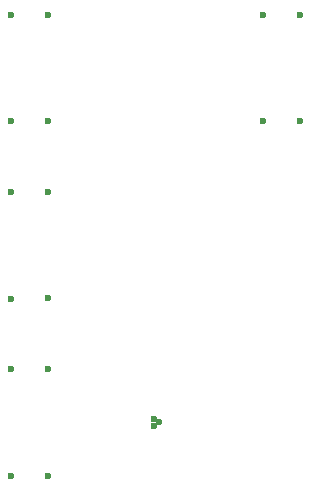
<source format=gbl>
G04 #@! TF.FileFunction,Copper,L4,Bot,Signal*
%FSLAX46Y46*%
G04 Gerber Fmt 4.6, Leading zero omitted, Abs format (unit mm)*
G04 Created by KiCad (PCBNEW 4.0.2-stable) date Tue May 10 00:23:55 2016*
%MOMM*%
G01*
G04 APERTURE LIST*
%ADD10C,0.100000*%
%ADD11C,0.600000*%
G04 APERTURE END LIST*
D10*
D11*
X135250000Y-109520000D03*
X135250000Y-100480000D03*
X135250000Y-94520000D03*
X135250000Y-85480000D03*
X135250000Y-79520000D03*
X135250000Y-70480000D03*
X159750000Y-70480000D03*
X159750000Y-79520000D03*
X156620000Y-79520000D03*
X156600000Y-70500000D03*
X138380000Y-70480000D03*
X138380000Y-79520000D03*
X138400000Y-85500000D03*
X138400000Y-94500000D03*
X138400000Y-100500000D03*
X138400000Y-109500000D03*
X147800000Y-105000000D03*
X147400000Y-105300000D03*
X147400000Y-104700000D03*
M02*

</source>
